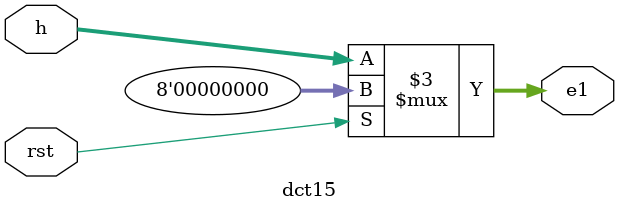
<source format=v>
`timescale 1ns / 1ps
module dct15(
input [7:0] h, 
input rst,
output reg [7:0] e1 );
always@(h,rst)
begin
  if(rst)
  begin 
	e1<=0;
	end
else 
  begin
   e1<=h;
end
end
endmodule 

</source>
